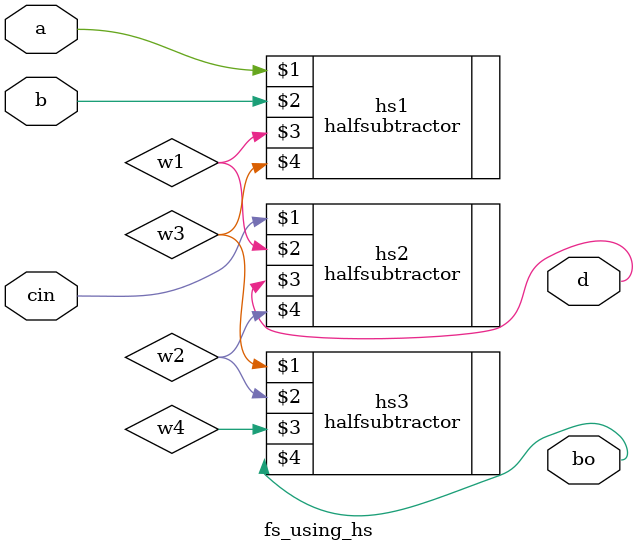
<source format=v>

module fs_using_hs
(input a,b,cin,
 output d,bo);
 
 wire w1,w2,w3,w4;
 
halfsubtractor hs1(a,b,w1,w3),
	  	hs2(cin,w1,d,w2),
	  	hs3(w3,w2,w4,bo);
	  
endmodule

</source>
